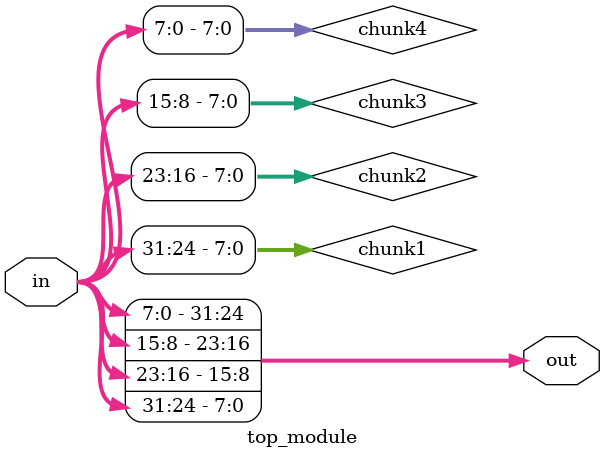
<source format=sv>
module top_module (
	input [31:0] in,
	output [31:0] out
);

	// Internal signals
	wire [7:0] chunk1, chunk2, chunk3, chunk4;

	// Splitting input into chunks
	assign chunk1 = in[31:24];
	assign chunk2 = in[23:16];
	assign chunk3 = in[15:8];
	assign chunk4 = in[7:0];

	// Rearranging the order of chunks
	assign out = {chunk4, chunk3, chunk2, chunk1};

endmodule

</source>
